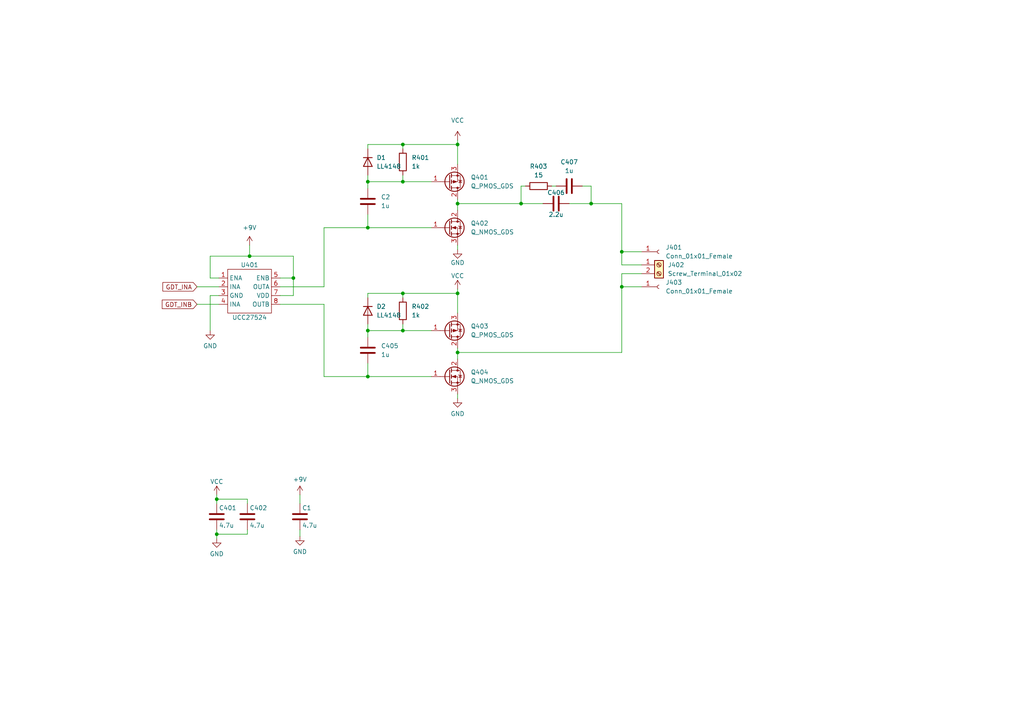
<source format=kicad_sch>
(kicad_sch (version 20211123) (generator eeschema)
  (paper "A4")
  (title_block (title "DRSSTC controller") (date "2023-03-07") (rev "0.2") (company "Politehnika"))
  (lib_symbols
    (symbol "Connector:Conn_01x01_Female" (pin_names (offset 1.016) hide)
      (property "Reference" "J" (at 0 2.54 0))
      (property "Value" "Conn_01x01_Female" (at 0 -2.54 0))
      (symbol "Conn_01x01_Female_1_1"
        (polyline (pts (xy -1.27 0) (xy -0.508 0)) (stroke (width 0.1524)))
        (arc (start 0 0.508) (mid -0.508 0) (end 0 -0.508) (stroke (width 0.1524)))
        (pin passive line (at -5.08 0 0) (length 3.81) (name "Pin_1") (number "1"))
      )
    )
    (symbol "Connector:Screw_Terminal_01x02" (pin_names (offset 1.016) hide)
      (property "Reference" "J" (at 0 2.54 0))
      (property "Value" "Screw_Terminal_01x02" (at 0 -5.08 0))
      (symbol "Screw_Terminal_01x02_1_1"
        (rectangle (start -1.27 1.27) (end 1.27 -3.81) (stroke (width 0.254)) (fill (type background)))
        (circle (center 0 -2.54) (radius 0.635) (stroke (width 0.1524)))
        (polyline (pts (xy -0.5334 -2.2098) (xy 0.3302 -3.048)) (stroke (width 0.1524)))
        (polyline (pts (xy -0.5334 0.3302) (xy 0.3302 -0.508)) (stroke (width 0.1524)))
        (polyline (pts (xy -0.3556 -2.032) (xy 0.508 -2.8702)) (stroke (width 0.1524)))
        (polyline (pts (xy -0.3556 0.508) (xy 0.508 -0.3302)) (stroke (width 0.1524)))
        (circle (center 0 0) (radius 0.635) (stroke (width 0.1524)))
        (pin passive line (at -5.08 0 0) (length 3.81) (name "Pin_1") (number "1"))
        (pin passive line (at -5.08 -2.54 0) (length 3.81) (name "Pin_2") (number "2"))
      )
    )
    (symbol "Device:C" (pin_numbers hide) (pin_names (offset 0.254))
      (property "Reference" "C" (at 0.635 2.54 0))
      (property "Value" "C" (at 0.635 -2.54 0))
      (symbol "C_0_1"
        (polyline (pts (xy -2.032 -0.762) (xy 2.032 -0.762)) (stroke (width 0.508)))
        (polyline (pts (xy -2.032 0.762) (xy 2.032 0.762)) (stroke (width 0.508)))
      )
      (symbol "C_1_1"
        (pin passive line (at 0 3.81 270) (length 2.794) (name "~") (number "1"))
        (pin passive line (at 0 -3.81 90) (length 2.794) (name "~") (number "2"))
      )
    )
    (symbol "Device:Q_NMOS_GDS" (pin_names (offset 0) hide)
      (property "Reference" "Q" (at 5.08 1.27 0))
      (property "Value" "Q_NMOS_GDS" (at 5.08 -1.27 0))
      (symbol "Q_NMOS_GDS_0_1"
        (polyline (pts (xy 0.254 0) (xy -2.54 0)))
        (polyline (pts (xy 0.254 1.905) (xy 0.254 -1.905)) (stroke (width 0.254)))
        (polyline (pts (xy 0.762 -1.27) (xy 0.762 -2.286)) (stroke (width 0.254)))
        (polyline (pts (xy 0.762 0.508) (xy 0.762 -0.508)) (stroke (width 0.254)))
        (polyline (pts (xy 0.762 2.286) (xy 0.762 1.27)) (stroke (width 0.254)))
        (polyline (pts (xy 2.54 2.54) (xy 2.54 1.778)))
        (polyline (pts (xy 2.54 -2.54) (xy 2.54 0) (xy 0.762 0)))
        (polyline (pts (xy 0.762 -1.778) (xy 3.302 -1.778) (xy 3.302 1.778) (xy 0.762 1.778)))
        (polyline (pts (xy 1.016 0) (xy 2.032 0.381) (xy 2.032 -0.381) (xy 1.016 0)) (fill (type outline)))
        (polyline (pts (xy 2.794 0.508) (xy 2.921 0.381) (xy 3.683 0.381) (xy 3.81 0.254)))
        (polyline (pts (xy 3.302 0.381) (xy 2.921 -0.254) (xy 3.683 -0.254) (xy 3.302 0.381)))
        (circle (center 1.651 0) (radius 2.794) (stroke (width 0.254)))
        (circle (center 2.54 -1.778) (radius 0.254) (fill (type outline)))
        (circle (center 2.54 1.778) (radius 0.254) (fill (type outline)))
      )
      (symbol "Q_NMOS_GDS_1_1"
        (pin input line (at -5.08 0 0) (length 2.54) (name "G") (number "1"))
        (pin passive line (at 2.54 5.08 270) (length 2.54) (name "D") (number "2"))
        (pin passive line (at 2.54 -5.08 90) (length 2.54) (name "S") (number "3"))
      )
    )
    (symbol "Device:Q_PMOS_GDS" (pin_names (offset 0) hide)
      (property "Reference" "Q" (at 5.08 1.27 0))
      (property "Value" "Q_PMOS_GDS" (at 5.08 -1.27 0))
      (symbol "Q_PMOS_GDS_0_1"
        (polyline (pts (xy 0.254 0) (xy -2.54 0)))
        (polyline (pts (xy 0.254 1.905) (xy 0.254 -1.905)) (stroke (width 0.254)))
        (polyline (pts (xy 0.762 -1.27) (xy 0.762 -2.286)) (stroke (width 0.254)))
        (polyline (pts (xy 0.762 0.508) (xy 0.762 -0.508)) (stroke (width 0.254)))
        (polyline (pts (xy 0.762 2.286) (xy 0.762 1.27)) (stroke (width 0.254)))
        (polyline (pts (xy 2.54 2.54) (xy 2.54 1.778)))
        (polyline (pts (xy 2.54 -2.54) (xy 2.54 0) (xy 0.762 0)))
        (polyline (pts (xy 0.762 1.778) (xy 3.302 1.778) (xy 3.302 -1.778) (xy 0.762 -1.778)))
        (polyline (pts (xy 2.286 0) (xy 1.27 0.381) (xy 1.27 -0.381) (xy 2.286 0)) (fill (type outline)))
        (polyline (pts (xy 2.794 -0.508) (xy 2.921 -0.381) (xy 3.683 -0.381) (xy 3.81 -0.254)))
        (polyline (pts (xy 3.302 -0.381) (xy 2.921 0.254) (xy 3.683 0.254) (xy 3.302 -0.381)))
        (circle (center 1.651 0) (radius 2.794) (stroke (width 0.254)))
        (circle (center 2.54 -1.778) (radius 0.254) (fill (type outline)))
        (circle (center 2.54 1.778) (radius 0.254) (fill (type outline)))
      )
      (symbol "Q_PMOS_GDS_1_1"
        (pin input line (at -5.08 0 0) (length 2.54) (name "G") (number "1"))
        (pin passive line (at 2.54 5.08 270) (length 2.54) (name "D") (number "2"))
        (pin passive line (at 2.54 -5.08 90) (length 2.54) (name "S") (number "3"))
      )
    )
    (symbol "Device:R" (pin_numbers hide) (pin_names (offset 0))
      (property "Reference" "R" (at 2.032 0 90))
      (property "Value" "R" (at 0 0 90))
      (symbol "R_0_1"
        (rectangle (start -1.016 -2.54) (end 1.016 2.54) (stroke (width 0.254)))
      )
      (symbol "R_1_1"
        (pin passive line (at 0 3.81 270) (length 1.27) (name "~") (number "1"))
        (pin passive line (at 0 -3.81 90) (length 1.27) (name "~") (number "2"))
      )
    )
    (symbol "Diode:LL4148" (pin_numbers hide) (pin_names hide)
      (property "Reference" "D" (at 0 2.54 0))
      (property "Value" "LL4148" (at 0 -2.54 0))
      (symbol "LL4148_0_1"
        (polyline (pts (xy -1.27 1.27) (xy -1.27 -1.27)) (stroke (width 0.254)))
        (polyline (pts (xy 1.27 0) (xy -1.27 0)))
        (polyline (pts (xy 1.27 1.27) (xy 1.27 -1.27) (xy -1.27 0) (xy 1.27 1.27)) (stroke (width 0.254)))
      )
      (symbol "LL4148_1_1"
        (pin passive line (at -3.81 0 0) (length 2.54) (name "K") (number "1"))
        (pin passive line (at 3.81 0 180) (length 2.54) (name "A") (number "2"))
      )
    )
    (symbol "Driver_FET:UCC27524"
      (property "Reference" "U" (at 0 10.16 0))
      (property "Value" "UCC27524" (at 0 -10.16 0))
      (symbol "UCC27524_0_1"
        (rectangle (start -6.35 6.35) (end 6.35 -6.35))
      )
      (symbol "UCC27524_1_1"
        (pin input line (at -8.89 3.81 0) (length 2.54) (name "ENA") (number "1"))
        (pin input line (at -8.89 1.27 0) (length 2.54) (name "INA") (number "2"))
        (pin input line (at -8.89 -1.27 0) (length 2.54) (name "GND") (number "3"))
        (pin input line (at -8.89 -3.81 0) (length 2.54) (name "INA") (number "4"))
        (pin input line (at 8.89 3.81 180) (length 2.54) (name "ENB") (number "5"))
        (pin input line (at 8.89 1.27 180) (length 2.54) (name "OUTA") (number "6"))
        (pin input line (at 8.89 -1.27 180) (length 2.54) (name "VDD") (number "7"))
        (pin input line (at 8.89 -3.81 180) (length 2.54) (name "OUTB") (number "8"))
      )
    )
    (symbol "power:+9V" (power) (pin_names (offset 0))
      (property "Value" "+9V" (at 0 3.556 0))
      (symbol "+9V_0_1"
        (polyline (pts (xy -0.762 1.27) (xy 0 2.54)))
        (polyline (pts (xy 0 0) (xy 0 2.54)))
        (polyline (pts (xy 0 2.54) (xy 0.762 1.27)))
      )
      (symbol "+9V_1_1"
        (pin power_in line (at 0 0 90) (length 0) hide (name "+9V") (number "1"))
      )
    )
    (symbol "power:GND" (power) (pin_names (offset 0))
      (property "Value" "GND" (at 0 -3.81 0))
      (symbol "GND_0_1"
        (polyline (pts (xy 0 0) (xy 0 -1.27) (xy 1.27 -1.27) (xy 0 -2.54) (xy -1.27 -1.27) (xy 0 -1.27)))
      )
      (symbol "GND_1_1"
        (pin power_in line (at 0 0 270) (length 0) hide (name "GND") (number "1"))
      )
    )
    (symbol "power:VCC" (power) (pin_names (offset 0))
      (property "Value" "VCC" (at 0 3.81 0))
      (symbol "VCC_0_1"
        (polyline (pts (xy -0.762 1.27) (xy 0 2.54)))
        (polyline (pts (xy 0 0) (xy 0 2.54)))
        (polyline (pts (xy 0 2.54) (xy 0.762 1.27)))
      )
      (symbol "VCC_1_1"
        (pin power_in line (at 0 0 90) (length 0) hide (name "VCC") (number "1"))
      )
    )
  )
  (junction (at 116.84 85.09))
  (junction (at 180.34 83.185))
  (junction (at 151.13 59.055))
  (junction (at 116.84 41.91))
  (junction (at 85.09 80.645))
  (junction (at 62.865 154.94))
  (junction (at 106.68 109.22))
  (junction (at 116.84 95.885))
  (junction (at 132.715 102.235))
  (junction (at 62.865 144.78))
  (junction (at 106.68 95.885))
  (junction (at 72.39 74.295))
  (junction (at 132.715 59.055))
  (junction (at 106.68 52.705))
  (junction (at 180.34 73.025))
  (junction (at 106.68 66.04))
  (junction (at 132.715 85.09))
  (junction (at 171.45 59.055))
  (junction (at 132.715 41.91))
  (junction (at 116.84 52.705))
  (wire (pts (xy 81.28 83.185) (xy 93.98 83.185)))
  (wire (pts (xy 106.68 93.98) (xy 106.68 95.885)))
  (wire (pts (xy 132.715 100.965) (xy 132.715 102.235)))
  (wire (pts (xy 72.39 74.295) (xy 60.96 74.295)))
  (wire (pts (xy 81.28 85.725) (xy 85.09 85.725)))
  (wire (pts (xy 132.715 114.3) (xy 132.715 115.57)))
  (wire (pts (xy 71.755 146.05) (xy 71.755 144.78)))
  (wire (pts (xy 151.13 53.975) (xy 151.13 59.055)))
  (wire (pts (xy 85.09 80.645) (xy 85.09 74.295)))
  (wire (pts (xy 72.39 71.12) (xy 72.39 74.295)))
  (wire (pts (xy 106.68 66.04) (xy 125.095 66.04)))
  (wire (pts (xy 106.68 41.91) (xy 116.84 41.91)))
  (wire (pts (xy 116.84 52.705) (xy 116.84 50.8)))
  (wire (pts (xy 93.98 109.22) (xy 106.68 109.22)))
  (wire (pts (xy 93.98 83.185) (xy 93.98 66.04)))
  (wire (pts (xy 116.84 85.09) (xy 132.715 85.09)))
  (wire (pts (xy 62.865 144.78) (xy 62.865 146.05)))
  (wire (pts (xy 57.15 83.185) (xy 63.5 83.185)))
  (wire (pts (xy 60.96 95.885) (xy 60.96 85.725)))
  (wire (pts (xy 132.715 41.91) (xy 132.715 47.625)))
  (wire (pts (xy 60.96 80.645) (xy 63.5 80.645)))
  (wire (pts (xy 116.84 95.885) (xy 116.84 93.98)))
  (wire (pts (xy 106.68 62.23) (xy 106.68 66.04)))
  (wire (pts (xy 132.715 71.12) (xy 132.715 72.39)))
  (wire (pts (xy 106.68 52.705) (xy 106.68 54.61)))
  (wire (pts (xy 180.34 76.835) (xy 180.34 73.025)))
  (wire (pts (xy 106.68 105.41) (xy 106.68 109.22)))
  (wire (pts (xy 132.715 83.82) (xy 132.715 85.09)))
  (wire (pts (xy 71.755 154.94) (xy 62.865 154.94)))
  (wire (pts (xy 116.84 85.09) (xy 116.84 86.36)))
  (wire (pts (xy 151.13 59.055) (xy 157.48 59.055)))
  (wire (pts (xy 116.84 41.91) (xy 116.84 43.18)))
  (wire (pts (xy 171.45 59.055) (xy 180.34 59.055)))
  (wire (pts (xy 93.98 66.04) (xy 106.68 66.04)))
  (wire (pts (xy 125.095 95.885) (xy 116.84 95.885)))
  (wire (pts (xy 132.715 59.055) (xy 151.13 59.055)))
  (wire (pts (xy 132.715 59.055) (xy 132.715 60.96)))
  (wire (pts (xy 71.755 153.67) (xy 71.755 154.94)))
  (wire (pts (xy 57.15 88.265) (xy 63.5 88.265)))
  (wire (pts (xy 106.68 43.18) (xy 106.68 41.91)))
  (wire (pts (xy 132.715 85.09) (xy 132.715 90.805)))
  (wire (pts (xy 93.98 88.265) (xy 93.98 109.22)))
  (wire (pts (xy 85.09 85.725) (xy 85.09 80.645)))
  (wire (pts (xy 116.84 41.91) (xy 132.715 41.91)))
  (wire (pts (xy 186.055 79.375) (xy 180.34 79.375)))
  (wire (pts (xy 62.865 154.94) (xy 62.865 156.21)))
  (wire (pts (xy 180.34 79.375) (xy 180.34 83.185)))
  (wire (pts (xy 168.91 53.975) (xy 171.45 53.975)))
  (wire (pts (xy 62.865 153.67) (xy 62.865 154.94)))
  (wire (pts (xy 132.715 57.785) (xy 132.715 59.055)))
  (wire (pts (xy 180.34 83.185) (xy 186.055 83.185)))
  (wire (pts (xy 106.68 85.09) (xy 116.84 85.09)))
  (wire (pts (xy 60.96 74.295) (xy 60.96 80.645)))
  (wire (pts (xy 81.28 80.645) (xy 85.09 80.645)))
  (wire (pts (xy 85.09 74.295) (xy 72.39 74.295)))
  (wire (pts (xy 186.055 76.835) (xy 180.34 76.835)))
  (wire (pts (xy 106.68 86.36) (xy 106.68 85.09)))
  (wire (pts (xy 71.755 144.78) (xy 62.865 144.78)))
  (wire (pts (xy 106.68 109.22) (xy 125.095 109.22)))
  (wire (pts (xy 106.68 52.705) (xy 116.84 52.705)))
  (wire (pts (xy 171.45 53.975) (xy 171.45 59.055)))
  (wire (pts (xy 132.715 102.235) (xy 132.715 104.14)))
  (wire (pts (xy 106.68 95.885) (xy 116.84 95.885)))
  (wire (pts (xy 160.02 53.975) (xy 161.29 53.975)))
  (wire (pts (xy 86.995 153.67) (xy 86.995 155.575)))
  (wire (pts (xy 106.68 95.885) (xy 106.68 97.79)))
  (wire (pts (xy 132.715 40.64) (xy 132.715 41.91)))
  (wire (pts (xy 180.34 73.025) (xy 180.34 59.055)))
  (wire (pts (xy 86.995 143.51) (xy 86.995 146.05)))
  (wire (pts (xy 60.96 85.725) (xy 63.5 85.725)))
  (wire (pts (xy 165.1 59.055) (xy 171.45 59.055)))
  (wire (pts (xy 81.28 88.265) (xy 93.98 88.265)))
  (wire (pts (xy 62.865 143.51) (xy 62.865 144.78)))
  (wire (pts (xy 186.055 73.025) (xy 180.34 73.025)))
  (wire (pts (xy 125.095 52.705) (xy 116.84 52.705)))
  (wire (pts (xy 132.715 102.235) (xy 180.34 102.235)))
  (wire (pts (xy 106.68 50.8) (xy 106.68 52.705)))
  (wire (pts (xy 152.4 53.975) (xy 151.13 53.975)))
  (wire (pts (xy 180.34 83.185) (xy 180.34 102.235)))
  (global_label "GDT_INA" (shape input) (at 57.15 83.185 180) (property "Intersheet References" "${INTERSHEET_REFS}" (effects hide)))
  (global_label "GDT_INB" (shape input) (at 57.15 88.265 180) (property "Intersheet References" "${INTERSHEET_REFS}" (effects hide)))
  (symbol (lib_id "Device:Q_PMOS_GDS") (at 130.175 52.705 0) (mirror x) (unit 1)
    (property "Reference" "Q401" (at 136.525 51.4349 0) (effects (justify left)))
    (property "Value" "Q_PMOS_GDS" (at 136.525 53.9749 0) (effects (justify left)))
    (property "Footprint" "Package_TO_SOT_SMD:TO-252-3_TabPin2" (effects hide))
  )
  (symbol (lib_id "Device:Q_PMOS_GDS") (at 130.175 95.885 0) (mirror x) (unit 1)
    (property "Reference" "Q403" (at 136.525 94.6149 0) (effects (justify left)))
    (property "Value" "Q_PMOS_GDS" (at 136.525 97.1549 0) (effects (justify left)))
    (property "Footprint" "Package_TO_SOT_SMD:TO-252-3_TabPin2" (effects hide))
  )
  (symbol (lib_id "Device:C") (at 71.755 149.86 0) (unit 1)
    (property "Reference" "C402" (at 72.39 147.32 0) (effects (justify left)))
    (property "Value" "4.7u" (at 72.39 152.4 0) (effects (justify left)))
    (property "Footprint" "Capacitor_SMD:C_1206_3216Metric" (effects hide))
  )
  (symbol (lib_id "Diode:LL4148") (at 106.68 90.17 270) (unit 1)
    (property "Reference" "D2" (at 109.22 88.8999 90) (effects (justify left)))
    (property "Value" "LL4148" (at 109.22 91.4399 90) (effects (justify left)))
    (property "Footprint" "Diode_SMD:D_MiniMELF" (effects hide))
    (property "Datasheet" "http://www.vishay.com/docs/85557/ll4148.pdf" (effects hide))
  )
  (symbol (lib_id "Device:C") (at 106.68 101.6 0) (unit 1)
    (property "Reference" "C405" (at 110.49 100.3299 0) (effects (justify left)))
    (property "Value" "1u" (at 110.49 102.8699 0) (effects (justify left)))
    (property "Footprint" "Capacitor_SMD:C_0805_2012Metric" (effects hide))
  )
  (symbol (lib_id "Device:Q_NMOS_GDS") (at 130.175 66.04 0) (unit 1)
    (property "Reference" "Q402" (at 136.525 64.7699 0) (effects (justify left)))
    (property "Value" "Q_NMOS_GDS" (at 136.525 67.3099 0) (effects (justify left)))
    (property "Footprint" "Package_TO_SOT_SMD:TO-252-3_TabPin2" (effects hide))
  )
  (symbol (lib_id "Device:C") (at 161.29 59.055 90) (unit 1)
    (property "Reference" "C406" (at 161.29 55.88 90))
    (property "Value" "2.2u" (at 161.29 62.23 90))
    (property "Footprint" "Capacitor_SMD:C_2220_5650Metric" (effects hide))
  )
  (symbol (lib_id "Connector:Conn_01x01_Female") (at 191.135 83.185 0) (unit 1)
    (property "Reference" "J403" (at 193.04 81.9149 0) (effects (justify left)))
    (property "Value" "Conn_01x01_Female" (at 193.04 84.4549 0) (effects (justify left)))
    (property "Footprint" "Connector_PinHeader_2.54mm:PinHeader_1x01_P2.54mm_Vertical" (effects hide))
  )
  (symbol (lib_id "Connector:Conn_01x01_Female") (at 191.135 73.025 0) (unit 1)
    (property "Reference" "J401" (at 193.04 71.7549 0) (effects (justify left)))
    (property "Value" "Conn_01x01_Female" (at 193.04 74.2949 0) (effects (justify left)))
    (property "Footprint" "Connector_PinHeader_2.54mm:PinHeader_1x01_P2.54mm_Vertical" (effects hide))
  )
  (symbol (lib_id "Device:R") (at 116.84 46.99 0) (unit 1)
    (property "Reference" "R401" (at 119.38 45.7199 0) (effects (justify left)))
    (property "Value" "1k" (at 119.38 48.2599 0) (effects (justify left)))
    (property "Footprint" "Resistor_SMD:R_0805_2012Metric" (effects hide))
  )
  (symbol (lib_id "Device:R") (at 156.21 53.975 90) (unit 1)
    (property "Reference" "R403" (at 156.21 48.26 90))
    (property "Value" "15" (at 156.21 50.8 90))
    (property "Footprint" "Resistor_SMD:R_0805_2012Metric" (effects hide))
  )
  (symbol (lib_id "Connector:Screw_Terminal_01x02") (at 191.135 76.835 0) (unit 1)
    (property "Reference" "J402" (at 193.675 76.8349 0) (effects (justify left)))
    (property "Value" "Screw_Terminal_01x02" (at 193.675 79.3749 0) (effects (justify left)))
    (property "Footprint" "TerminalBlock_Phoenix:TerminalBlock_Phoenix_PT-1,5-2-3.5-H_1x02_P3.50mm_Horizontal" (effects hide))
  )
  (symbol (lib_id "power:GND") (at 60.96 95.885 0) (unit 1)
    (property "Reference" "#PWR0401" (effects hide))
    (property "Value" "GND" (at 60.96 100.33 0))
  )
  (symbol (lib_id "power:GND") (at 62.865 156.21 0) (unit 1)
    (property "Reference" "#PWR0403" (effects hide))
    (property "Value" "GND" (at 62.865 160.655 0))
  )
  (symbol (lib_id "power:+9V") (at 72.39 71.12 0) (unit 1)
    (property "Reference" "#PWR0404" (effects hide))
    (property "Value" "+9V" (at 72.39 66.04 0))
  )
  (symbol (lib_id "power:GND") (at 86.995 155.575 0) (unit 1)
    (property "Reference" "#PWR0406" (effects hide))
    (property "Value" "GND" (at 86.995 160.02 0))
  )
  (symbol (lib_id "power:GND") (at 132.715 72.39 0) (unit 1)
    (property "Reference" "#PWR0408" (effects hide))
    (property "Value" "GND" (at 132.715 76.2 0))
  )
  (symbol (lib_id "power:+9V") (at 86.995 143.51 0) (unit 1)
    (property "Reference" "#PWR0405" (effects hide))
    (property "Value" "+9V" (at 86.995 139.065 0))
  )
  (symbol (lib_id "power:VCC") (at 132.715 83.82 0) (unit 1)
    (property "Reference" "#PWR0409" (effects hide))
    (property "Value" "VCC" (at 132.715 80.01 0))
  )
  (symbol (lib_id "Device:C") (at 62.865 149.86 0) (unit 1)
    (property "Reference" "C401" (at 63.5 147.32 0) (effects (justify left)))
    (property "Value" "4.7u" (at 63.5 152.4 0) (effects (justify left)))
    (property "Footprint" "Capacitor_SMD:C_1206_3216Metric" (effects hide))
  )
  (symbol (lib_id "Device:R") (at 116.84 90.17 0) (unit 1)
    (property "Reference" "R402" (at 119.38 88.8999 0) (effects (justify left)))
    (property "Value" "1k" (at 119.38 91.4399 0) (effects (justify left)))
    (property "Footprint" "Resistor_SMD:R_0805_2012Metric" (effects hide))
  )
  (symbol (lib_id "Driver_FET:UCC27524") (at 72.39 84.455 0) (unit 1)
    (property "Reference" "U401" (at 72.39 76.835 0))
    (property "Value" "UCC27524" (at 72.39 92.075 0))
    (property "Footprint" "Package_SO:SOIC-8_3.9x4.9mm_P1.27mm" (effects hide))
    (property "Datasheet" "https://datasheet.lcsc.com/lcsc/1912111437_Texas-Instruments-UCC27524DR_C465729.pdf" (effects hide))
  )
  (symbol (lib_id "Device:C") (at 106.68 58.42 0) (unit 1)
    (property "Reference" "C2" (at 110.49 57.1499 0) (effects (justify left)))
    (property "Value" "1u" (at 110.49 59.6899 0) (effects (justify left)))
    (property "Footprint" "Capacitor_SMD:C_0805_2012Metric" (effects hide))
  )
  (symbol (lib_id "Diode:LL4148") (at 106.68 46.99 270) (unit 1)
    (property "Reference" "D1" (at 109.22 45.7199 90) (effects (justify left)))
    (property "Value" "LL4148" (at 109.22 48.2599 90) (effects (justify left)))
    (property "Footprint" "Diode_SMD:D_MiniMELF" (effects hide))
    (property "Datasheet" "http://www.vishay.com/docs/85557/ll4148.pdf" (effects hide))
  )
  (symbol (lib_id "Device:Q_NMOS_GDS") (at 130.175 109.22 0) (unit 1)
    (property "Reference" "Q404" (at 136.525 107.9499 0) (effects (justify left)))
    (property "Value" "Q_NMOS_GDS" (at 136.525 110.4899 0) (effects (justify left)))
    (property "Footprint" "Package_TO_SOT_SMD:TO-252-3_TabPin2" (effects hide))
  )
  (symbol (lib_id "power:VCC") (at 62.865 143.51 0) (unit 1)
    (property "Reference" "#PWR0402" (effects hide))
    (property "Value" "VCC" (at 62.865 139.7 0))
  )
  (symbol (lib_id "Device:C") (at 86.995 149.86 0) (unit 1)
    (property "Reference" "C1" (at 87.63 147.32 0) (effects (justify left)))
    (property "Value" "4.7u" (at 87.63 152.4 0) (effects (justify left)))
    (property "Footprint" "Capacitor_SMD:C_1206_3216Metric" (effects hide))
  )
  (symbol (lib_id "Device:C") (at 165.1 53.975 90) (unit 1)
    (property "Reference" "C407" (at 165.1 46.99 90))
    (property "Value" "1u" (at 165.1 49.53 90))
    (property "Footprint" "Capacitor_SMD:C_0805_2012Metric" (effects hide))
  )
  (symbol (lib_id "power:GND") (at 132.715 115.57 0) (unit 1)
    (property "Reference" "#PWR0410" (effects hide))
    (property "Value" "GND" (at 132.715 120.015 0))
  )
  (symbol (lib_id "power:VCC") (at 132.715 40.64 0) (unit 1)
    (property "Reference" "#PWR0407" (effects hide))
    (property "Value" "VCC" (at 132.715 34.925 0))
  )
)
</source>
